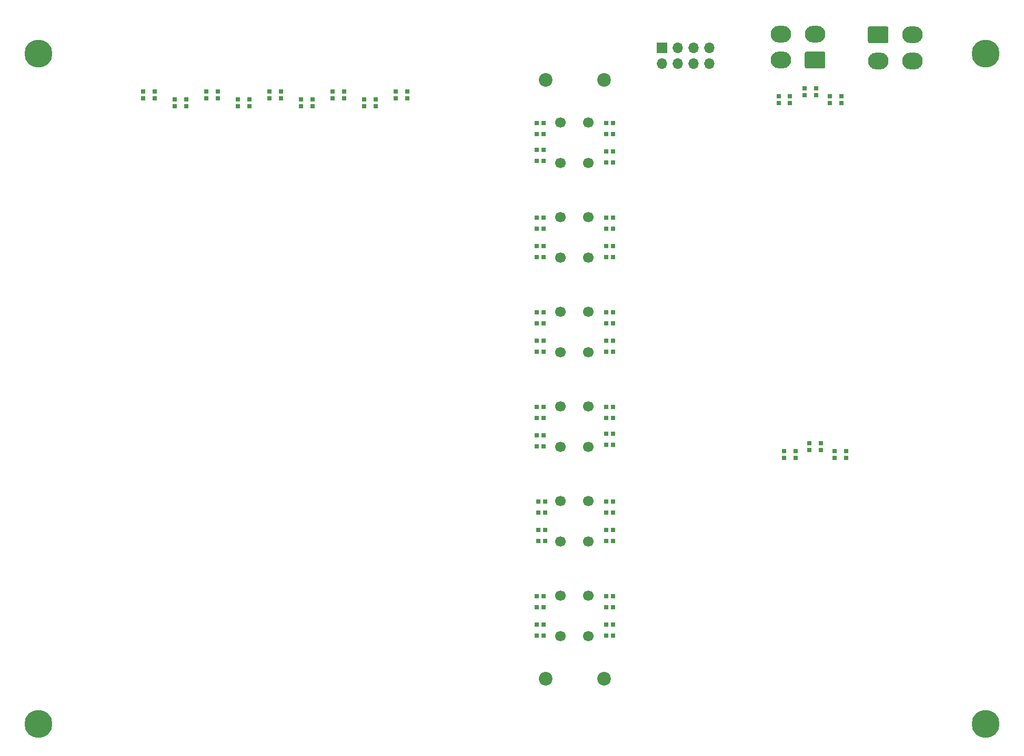
<source format=gbr>
%TF.GenerationSoftware,KiCad,Pcbnew,(5.1.9)-1*%
%TF.CreationDate,2021-09-20T07:58:25-06:00*%
%TF.ProjectId,ifei,69666569-2e6b-4696-9361-645f70636258,rev?*%
%TF.SameCoordinates,Original*%
%TF.FileFunction,Soldermask,Top*%
%TF.FilePolarity,Negative*%
%FSLAX46Y46*%
G04 Gerber Fmt 4.6, Leading zero omitted, Abs format (unit mm)*
G04 Created by KiCad (PCBNEW (5.1.9)-1) date 2021-09-20 07:58:25*
%MOMM*%
%LPD*%
G01*
G04 APERTURE LIST*
%ADD10C,2.200000*%
%ADD11R,0.700000X0.700000*%
%ADD12C,1.700000*%
%ADD13O,1.700000X1.700000*%
%ADD14R,1.700000X1.700000*%
%ADD15O,3.300000X2.700000*%
%ADD16C,4.500000*%
G04 APERTURE END LIST*
D10*
%TO.C,H8*%
X155956000Y-139128501D03*
%TD*%
%TO.C,H7*%
X165353999Y-139128501D03*
%TD*%
%TO.C,H6*%
X165353999Y-42735501D03*
%TD*%
%TO.C,H5*%
X155956000Y-42735501D03*
%TD*%
D11*
%TO.C,D39*%
X92990000Y-44535000D03*
X92990000Y-45635000D03*
X91160000Y-45635000D03*
X91160000Y-44535000D03*
%TD*%
%TO.C,D38*%
X98070000Y-45805000D03*
X98070000Y-46905000D03*
X96240000Y-46905000D03*
X96240000Y-45805000D03*
%TD*%
%TO.C,D37*%
X103150000Y-44535000D03*
X103150000Y-45635000D03*
X101320000Y-45635000D03*
X101320000Y-44535000D03*
%TD*%
%TO.C,D36*%
X108230000Y-45805000D03*
X108230000Y-46905000D03*
X106400000Y-46905000D03*
X106400000Y-45805000D03*
%TD*%
%TO.C,D35*%
X113310000Y-44535000D03*
X113310000Y-45635000D03*
X111480000Y-45635000D03*
X111480000Y-44535000D03*
%TD*%
%TO.C,D34*%
X118390000Y-45805000D03*
X118390000Y-46905000D03*
X116560000Y-46905000D03*
X116560000Y-45805000D03*
%TD*%
%TO.C,D33*%
X123470000Y-44535000D03*
X123470000Y-45635000D03*
X121640000Y-45635000D03*
X121640000Y-44535000D03*
%TD*%
D12*
%TO.C,SW6*%
X162814000Y-125793500D03*
X162814000Y-132293500D03*
X158314000Y-125793500D03*
X158314000Y-132293500D03*
%TD*%
%TO.C,SW5*%
X162814000Y-110553500D03*
X162814000Y-117053500D03*
X158314000Y-110553500D03*
X158314000Y-117053500D03*
%TD*%
%TO.C,SW4*%
X162814000Y-95313501D03*
X162814000Y-101813501D03*
X158314000Y-95313501D03*
X158314000Y-101813501D03*
%TD*%
%TO.C,SW3*%
X162814000Y-80073501D03*
X162814000Y-86573501D03*
X158314000Y-80073501D03*
X158314000Y-86573501D03*
%TD*%
%TO.C,SW2*%
X162814000Y-64833501D03*
X162814000Y-71333501D03*
X158314000Y-64833501D03*
X158314000Y-71333501D03*
%TD*%
%TO.C,SW1*%
X162814000Y-49593500D03*
X162814000Y-56093500D03*
X158314000Y-49593500D03*
X158314000Y-56093500D03*
%TD*%
D13*
%TO.C,J3*%
X182244999Y-40068500D03*
X182244999Y-37528500D03*
X179704999Y-40068500D03*
X179704999Y-37528500D03*
X177164999Y-40068500D03*
X177164999Y-37528500D03*
X174624999Y-40068500D03*
D14*
X174624999Y-37528500D03*
%TD*%
D15*
%TO.C,J2*%
X193763000Y-35297000D03*
X193763000Y-39497000D03*
X199263000Y-35297000D03*
G36*
G01*
X200662999Y-40847000D02*
X197863001Y-40847000D01*
G75*
G02*
X197613000Y-40596999I0J250001D01*
G01*
X197613000Y-38397001D01*
G75*
G02*
X197863001Y-38147000I250001J0D01*
G01*
X200662999Y-38147000D01*
G75*
G02*
X200913000Y-38397001I0J-250001D01*
G01*
X200913000Y-40596999D01*
G75*
G02*
X200662999Y-40847000I-250001J0D01*
G01*
G37*
%TD*%
%TO.C,J1*%
X214923000Y-39633000D03*
X214923000Y-35433000D03*
X209423000Y-39633000D03*
G36*
G01*
X208023001Y-34083000D02*
X210822999Y-34083000D01*
G75*
G02*
X211073000Y-34333001I0J-250001D01*
G01*
X211073000Y-36532999D01*
G75*
G02*
X210822999Y-36783000I-250001J0D01*
G01*
X208023001Y-36783000D01*
G75*
G02*
X207773000Y-36532999I0J250001D01*
G01*
X207773000Y-34333001D01*
G75*
G02*
X208023001Y-34083000I250001J0D01*
G01*
G37*
%TD*%
D16*
%TO.C,H4*%
X74295000Y-146431000D03*
%TD*%
%TO.C,H3*%
X226695000Y-146431000D03*
%TD*%
%TO.C,H2*%
X226695000Y-38481000D03*
%TD*%
%TO.C,H1*%
X74295000Y-38481000D03*
%TD*%
D11*
%TO.C,D32*%
X128550000Y-45805000D03*
X128550000Y-46905000D03*
X126720000Y-46905000D03*
X126720000Y-45805000D03*
%TD*%
%TO.C,D31*%
X133630000Y-44535000D03*
X133630000Y-45635000D03*
X131800000Y-45635000D03*
X131800000Y-44535000D03*
%TD*%
%TO.C,D30*%
X155617000Y-51461000D03*
X154517000Y-51461000D03*
X154517000Y-49631000D03*
X155617000Y-49631000D03*
%TD*%
%TO.C,D29*%
X155617000Y-55779000D03*
X154517000Y-55779000D03*
X154517000Y-53949000D03*
X155617000Y-53949000D03*
%TD*%
%TO.C,D28*%
X155617000Y-66701000D03*
X154517000Y-66701000D03*
X154517000Y-64871000D03*
X155617000Y-64871000D03*
%TD*%
%TO.C,D27*%
X155617000Y-71273000D03*
X154517000Y-71273000D03*
X154517000Y-69443000D03*
X155617000Y-69443000D03*
%TD*%
%TO.C,D26*%
X155617000Y-81941000D03*
X154517000Y-81941000D03*
X154517000Y-80111000D03*
X155617000Y-80111000D03*
%TD*%
%TO.C,D25*%
X155617000Y-86513000D03*
X154517000Y-86513000D03*
X154517000Y-84683000D03*
X155617000Y-84683000D03*
%TD*%
%TO.C,D24*%
X155617000Y-97181000D03*
X154517000Y-97181000D03*
X154517000Y-95351000D03*
X155617000Y-95351000D03*
%TD*%
%TO.C,D23*%
X155617000Y-101753000D03*
X154517000Y-101753000D03*
X154517000Y-99923000D03*
X155617000Y-99923000D03*
%TD*%
%TO.C,D22*%
X155871000Y-112421000D03*
X154771000Y-112421000D03*
X154771000Y-110591000D03*
X155871000Y-110591000D03*
%TD*%
%TO.C,D21*%
X155871000Y-116993000D03*
X154771000Y-116993000D03*
X154771000Y-115163000D03*
X155871000Y-115163000D03*
%TD*%
%TO.C,D20*%
X155617000Y-127661000D03*
X154517000Y-127661000D03*
X154517000Y-125831000D03*
X155617000Y-125831000D03*
%TD*%
%TO.C,D19*%
X155617000Y-132233000D03*
X154517000Y-132233000D03*
X154517000Y-130403000D03*
X155617000Y-130403000D03*
%TD*%
%TO.C,D18*%
X165693000Y-130403000D03*
X166793000Y-130403000D03*
X166793000Y-132233000D03*
X165693000Y-132233000D03*
%TD*%
%TO.C,D17*%
X165693000Y-125831000D03*
X166793000Y-125831000D03*
X166793000Y-127661000D03*
X165693000Y-127661000D03*
%TD*%
%TO.C,D16*%
X165693000Y-115163000D03*
X166793000Y-115163000D03*
X166793000Y-116993000D03*
X165693000Y-116993000D03*
%TD*%
%TO.C,D15*%
X165693000Y-110591000D03*
X166793000Y-110591000D03*
X166793000Y-112421000D03*
X165693000Y-112421000D03*
%TD*%
%TO.C,D14*%
X202412000Y-103547000D03*
X202412000Y-102447000D03*
X204242000Y-102447000D03*
X204242000Y-103547000D03*
%TD*%
%TO.C,D13*%
X198348000Y-102277000D03*
X198348000Y-101177000D03*
X200178000Y-101177000D03*
X200178000Y-102277000D03*
%TD*%
%TO.C,D12*%
X194284000Y-103547000D03*
X194284000Y-102447000D03*
X196114000Y-102447000D03*
X196114000Y-103547000D03*
%TD*%
%TO.C,D11*%
X165693000Y-99669000D03*
X166793000Y-99669000D03*
X166793000Y-101499000D03*
X165693000Y-101499000D03*
%TD*%
%TO.C,D10*%
X165693000Y-95351000D03*
X166793000Y-95351000D03*
X166793000Y-97181000D03*
X165693000Y-97181000D03*
%TD*%
%TO.C,D9*%
X165693000Y-84683000D03*
X166793000Y-84683000D03*
X166793000Y-86513000D03*
X165693000Y-86513000D03*
%TD*%
%TO.C,D8*%
X165693000Y-80111000D03*
X166793000Y-80111000D03*
X166793000Y-81941000D03*
X165693000Y-81941000D03*
%TD*%
%TO.C,D7*%
X165693000Y-69443000D03*
X166793000Y-69443000D03*
X166793000Y-71273000D03*
X165693000Y-71273000D03*
%TD*%
%TO.C,D6*%
X165693000Y-64871000D03*
X166793000Y-64871000D03*
X166793000Y-66701000D03*
X165693000Y-66701000D03*
%TD*%
%TO.C,D5*%
X165693000Y-54203000D03*
X166793000Y-54203000D03*
X166793000Y-56033000D03*
X165693000Y-56033000D03*
%TD*%
%TO.C,D4*%
X165693000Y-49631000D03*
X166793000Y-49631000D03*
X166793000Y-51461000D03*
X165693000Y-51461000D03*
%TD*%
%TO.C,D3*%
X195225000Y-45297000D03*
X195225000Y-46397000D03*
X193395000Y-46397000D03*
X193395000Y-45297000D03*
%TD*%
%TO.C,D2*%
X199416000Y-44027000D03*
X199416000Y-45127000D03*
X197586000Y-45127000D03*
X197586000Y-44027000D03*
%TD*%
%TO.C,D1*%
X203480000Y-45297000D03*
X203480000Y-46397000D03*
X201650000Y-46397000D03*
X201650000Y-45297000D03*
%TD*%
M02*

</source>
